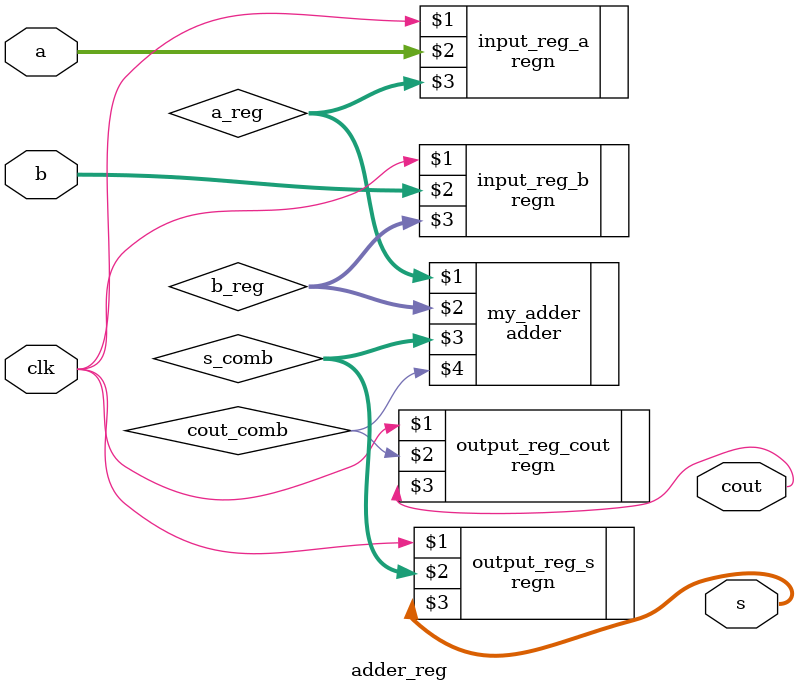
<source format=v>
module adder_reg #(parameter width=32) (
  input clk,input[width-1:0] a,b,
  output [width-1:0] s,output cout
);

  wire [width-1:0] a_reg,b_reg,s_comb;
  wire cout_comb;
  regn#(width) input_reg_a(clk,a,a_reg);

  regn #(width) input_reg_b(clk,b,b_reg);
  adder #(width) my_adder(a_reg,b_reg,s_comb,cout_comb);
  regn #(width) output_reg_s(clk,s_comb,s);
  regn #(1) output_reg_cout(clk,cout_comb,cout);

endmodule

</source>
